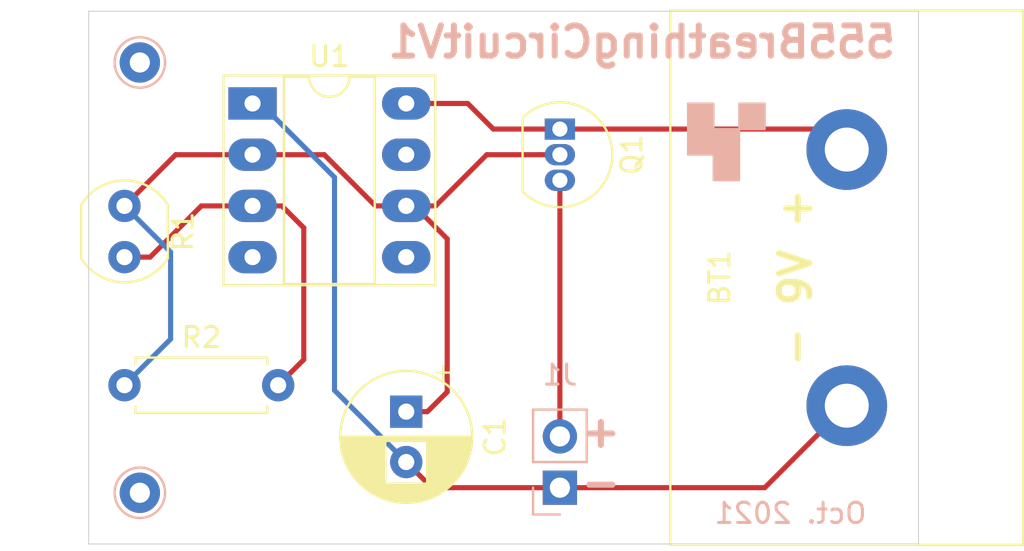
<source format=kicad_pcb>
(kicad_pcb (version 20171130) (host pcbnew "(5.1.5)-3")

  (general
    (thickness 1.6)
    (drawings 11)
    (tracks 38)
    (zones 0)
    (modules 9)
    (nets 11)
  )

  (page A4)
  (layers
    (0 F.Cu signal)
    (31 B.Cu signal)
    (32 B.Adhes user)
    (33 F.Adhes user)
    (34 B.Paste user)
    (35 F.Paste user)
    (36 B.SilkS user)
    (37 F.SilkS user)
    (38 B.Mask user)
    (39 F.Mask user)
    (40 Dwgs.User user)
    (41 Cmts.User user)
    (42 Eco1.User user)
    (43 Eco2.User user)
    (44 Edge.Cuts user)
    (45 Margin user)
    (46 B.CrtYd user)
    (47 F.CrtYd user)
    (48 B.Fab user)
    (49 F.Fab user hide)
  )

  (setup
    (last_trace_width 0.254)
    (trace_clearance 0.2032)
    (zone_clearance 0.508)
    (zone_45_only no)
    (trace_min 0.2)
    (via_size 0.7874)
    (via_drill 0.381)
    (via_min_size 0.4)
    (via_min_drill 0.3)
    (uvia_size 0.7874)
    (uvia_drill 0.381)
    (uvias_allowed no)
    (uvia_min_size 0.2)
    (uvia_min_drill 0.1)
    (edge_width 0.05)
    (segment_width 0.2)
    (pcb_text_width 0.3)
    (pcb_text_size 1.5 1.5)
    (mod_edge_width 0.12)
    (mod_text_size 1 1)
    (mod_text_width 0.15)
    (pad_size 1.524 1.524)
    (pad_drill 0.762)
    (pad_to_mask_clearance 0.051)
    (solder_mask_min_width 0.25)
    (aux_axis_origin 0 0)
    (visible_elements 7FFFFFFF)
    (pcbplotparams
      (layerselection 0x010fc_ffffffff)
      (usegerberextensions false)
      (usegerberattributes false)
      (usegerberadvancedattributes false)
      (creategerberjobfile false)
      (excludeedgelayer true)
      (linewidth 0.100000)
      (plotframeref false)
      (viasonmask false)
      (mode 1)
      (useauxorigin false)
      (hpglpennumber 1)
      (hpglpenspeed 20)
      (hpglpendiameter 15.000000)
      (psnegative false)
      (psa4output false)
      (plotreference true)
      (plotvalue true)
      (plotinvisibletext false)
      (padsonsilk false)
      (subtractmaskfromsilk false)
      (outputformat 1)
      (mirror false)
      (drillshape 0)
      (scaleselection 1)
      (outputdirectory "gerberV1/"))
  )

  (net 0 "")
  (net 1 +9V)
  (net 2 GND)
  (net 3 "Net-(C1-Pad1)")
  (net 4 "Net-(H1-Pad1)")
  (net 5 "Net-(H2-Pad1)")
  (net 6 "Net-(J1-Pad2)")
  (net 7 "Net-(R1-Pad2)")
  (net 8 "Net-(U1-Pad5)")
  (net 9 "Net-(U1-Pad7)")
  (net 10 "Net-(U1-Pad4)")

  (net_class Default "This is the default net class."
    (clearance 0.2032)
    (trace_width 0.254)
    (via_dia 0.7874)
    (via_drill 0.381)
    (uvia_dia 0.7874)
    (uvia_drill 0.381)
    (diff_pair_width 0.2032)
    (diff_pair_gap 0.254)
    (add_net +9V)
    (add_net GND)
    (add_net "Net-(C1-Pad1)")
    (add_net "Net-(H1-Pad1)")
    (add_net "Net-(H2-Pad1)")
    (add_net "Net-(J1-Pad2)")
    (add_net "Net-(R1-Pad2)")
    (add_net "Net-(U1-Pad4)")
    (add_net "Net-(U1-Pad5)")
    (add_net "Net-(U1-Pad7)")
  )

  (module customParts:9V_Batt_Clip (layer F.Cu) (tedit 616D010A) (tstamp 616D711C)
    (at 108.204 82.296 270)
    (descr "Keystone PN 968")
    (path /61652D1D)
    (fp_text reference BT1 (at 0 6.3 90) (layer F.SilkS)
      (effects (font (size 1 1) (thickness 0.15)))
    )
    (fp_text value Battery_Cell (at 0 -4.5 90) (layer F.Fab)
      (effects (font (size 1 1) (thickness 0.15)))
    )
    (fp_line (start 13.25 8.75) (end -13.25 8.75) (layer F.SilkS) (width 0.12))
    (fp_line (start 13.25 -8.75) (end -13.25 -8.75) (layer F.SilkS) (width 0.12))
    (fp_line (start -13.25 -8.75) (end -13.25 8.75) (layer F.SilkS) (width 0.12))
    (fp_line (start 13.25 -8.75) (end 13.25 8.75) (layer F.SilkS) (width 0.12))
    (pad 1 thru_hole circle (at -6.35 0 270) (size 4 4) (drill 2.18) (layers *.Cu *.Mask)
      (net 1 +9V))
    (pad 2 thru_hole circle (at 6.35 0 270) (size 4 4) (drill 2.18) (layers *.Cu *.Mask)
      (net 2 GND))
  )

  (module Capacitor_THT:CP_Radial_D6.3mm_P2.50mm (layer F.Cu) (tedit 5AE50EF0) (tstamp 616D576E)
    (at 86.36 88.94 270)
    (descr "CP, Radial series, Radial, pin pitch=2.50mm, , diameter=6.3mm, Electrolytic Capacitor")
    (tags "CP Radial series Radial pin pitch 2.50mm  diameter 6.3mm Electrolytic Capacitor")
    (path /6165753D)
    (fp_text reference C1 (at 1.25 -4.4 90) (layer F.SilkS)
      (effects (font (size 1 1) (thickness 0.15)))
    )
    (fp_text value 470u (at 1.25 4.4 90) (layer F.Fab)
      (effects (font (size 1 1) (thickness 0.15)))
    )
    (fp_circle (center 1.25 0) (end 4.4 0) (layer F.Fab) (width 0.1))
    (fp_circle (center 1.25 0) (end 4.52 0) (layer F.SilkS) (width 0.12))
    (fp_circle (center 1.25 0) (end 4.65 0) (layer F.CrtYd) (width 0.05))
    (fp_line (start -1.443972 -1.3735) (end -0.813972 -1.3735) (layer F.Fab) (width 0.1))
    (fp_line (start -1.128972 -1.6885) (end -1.128972 -1.0585) (layer F.Fab) (width 0.1))
    (fp_line (start 1.25 -3.23) (end 1.25 3.23) (layer F.SilkS) (width 0.12))
    (fp_line (start 1.29 -3.23) (end 1.29 3.23) (layer F.SilkS) (width 0.12))
    (fp_line (start 1.33 -3.23) (end 1.33 3.23) (layer F.SilkS) (width 0.12))
    (fp_line (start 1.37 -3.228) (end 1.37 3.228) (layer F.SilkS) (width 0.12))
    (fp_line (start 1.41 -3.227) (end 1.41 3.227) (layer F.SilkS) (width 0.12))
    (fp_line (start 1.45 -3.224) (end 1.45 3.224) (layer F.SilkS) (width 0.12))
    (fp_line (start 1.49 -3.222) (end 1.49 -1.04) (layer F.SilkS) (width 0.12))
    (fp_line (start 1.49 1.04) (end 1.49 3.222) (layer F.SilkS) (width 0.12))
    (fp_line (start 1.53 -3.218) (end 1.53 -1.04) (layer F.SilkS) (width 0.12))
    (fp_line (start 1.53 1.04) (end 1.53 3.218) (layer F.SilkS) (width 0.12))
    (fp_line (start 1.57 -3.215) (end 1.57 -1.04) (layer F.SilkS) (width 0.12))
    (fp_line (start 1.57 1.04) (end 1.57 3.215) (layer F.SilkS) (width 0.12))
    (fp_line (start 1.61 -3.211) (end 1.61 -1.04) (layer F.SilkS) (width 0.12))
    (fp_line (start 1.61 1.04) (end 1.61 3.211) (layer F.SilkS) (width 0.12))
    (fp_line (start 1.65 -3.206) (end 1.65 -1.04) (layer F.SilkS) (width 0.12))
    (fp_line (start 1.65 1.04) (end 1.65 3.206) (layer F.SilkS) (width 0.12))
    (fp_line (start 1.69 -3.201) (end 1.69 -1.04) (layer F.SilkS) (width 0.12))
    (fp_line (start 1.69 1.04) (end 1.69 3.201) (layer F.SilkS) (width 0.12))
    (fp_line (start 1.73 -3.195) (end 1.73 -1.04) (layer F.SilkS) (width 0.12))
    (fp_line (start 1.73 1.04) (end 1.73 3.195) (layer F.SilkS) (width 0.12))
    (fp_line (start 1.77 -3.189) (end 1.77 -1.04) (layer F.SilkS) (width 0.12))
    (fp_line (start 1.77 1.04) (end 1.77 3.189) (layer F.SilkS) (width 0.12))
    (fp_line (start 1.81 -3.182) (end 1.81 -1.04) (layer F.SilkS) (width 0.12))
    (fp_line (start 1.81 1.04) (end 1.81 3.182) (layer F.SilkS) (width 0.12))
    (fp_line (start 1.85 -3.175) (end 1.85 -1.04) (layer F.SilkS) (width 0.12))
    (fp_line (start 1.85 1.04) (end 1.85 3.175) (layer F.SilkS) (width 0.12))
    (fp_line (start 1.89 -3.167) (end 1.89 -1.04) (layer F.SilkS) (width 0.12))
    (fp_line (start 1.89 1.04) (end 1.89 3.167) (layer F.SilkS) (width 0.12))
    (fp_line (start 1.93 -3.159) (end 1.93 -1.04) (layer F.SilkS) (width 0.12))
    (fp_line (start 1.93 1.04) (end 1.93 3.159) (layer F.SilkS) (width 0.12))
    (fp_line (start 1.971 -3.15) (end 1.971 -1.04) (layer F.SilkS) (width 0.12))
    (fp_line (start 1.971 1.04) (end 1.971 3.15) (layer F.SilkS) (width 0.12))
    (fp_line (start 2.011 -3.141) (end 2.011 -1.04) (layer F.SilkS) (width 0.12))
    (fp_line (start 2.011 1.04) (end 2.011 3.141) (layer F.SilkS) (width 0.12))
    (fp_line (start 2.051 -3.131) (end 2.051 -1.04) (layer F.SilkS) (width 0.12))
    (fp_line (start 2.051 1.04) (end 2.051 3.131) (layer F.SilkS) (width 0.12))
    (fp_line (start 2.091 -3.121) (end 2.091 -1.04) (layer F.SilkS) (width 0.12))
    (fp_line (start 2.091 1.04) (end 2.091 3.121) (layer F.SilkS) (width 0.12))
    (fp_line (start 2.131 -3.11) (end 2.131 -1.04) (layer F.SilkS) (width 0.12))
    (fp_line (start 2.131 1.04) (end 2.131 3.11) (layer F.SilkS) (width 0.12))
    (fp_line (start 2.171 -3.098) (end 2.171 -1.04) (layer F.SilkS) (width 0.12))
    (fp_line (start 2.171 1.04) (end 2.171 3.098) (layer F.SilkS) (width 0.12))
    (fp_line (start 2.211 -3.086) (end 2.211 -1.04) (layer F.SilkS) (width 0.12))
    (fp_line (start 2.211 1.04) (end 2.211 3.086) (layer F.SilkS) (width 0.12))
    (fp_line (start 2.251 -3.074) (end 2.251 -1.04) (layer F.SilkS) (width 0.12))
    (fp_line (start 2.251 1.04) (end 2.251 3.074) (layer F.SilkS) (width 0.12))
    (fp_line (start 2.291 -3.061) (end 2.291 -1.04) (layer F.SilkS) (width 0.12))
    (fp_line (start 2.291 1.04) (end 2.291 3.061) (layer F.SilkS) (width 0.12))
    (fp_line (start 2.331 -3.047) (end 2.331 -1.04) (layer F.SilkS) (width 0.12))
    (fp_line (start 2.331 1.04) (end 2.331 3.047) (layer F.SilkS) (width 0.12))
    (fp_line (start 2.371 -3.033) (end 2.371 -1.04) (layer F.SilkS) (width 0.12))
    (fp_line (start 2.371 1.04) (end 2.371 3.033) (layer F.SilkS) (width 0.12))
    (fp_line (start 2.411 -3.018) (end 2.411 -1.04) (layer F.SilkS) (width 0.12))
    (fp_line (start 2.411 1.04) (end 2.411 3.018) (layer F.SilkS) (width 0.12))
    (fp_line (start 2.451 -3.002) (end 2.451 -1.04) (layer F.SilkS) (width 0.12))
    (fp_line (start 2.451 1.04) (end 2.451 3.002) (layer F.SilkS) (width 0.12))
    (fp_line (start 2.491 -2.986) (end 2.491 -1.04) (layer F.SilkS) (width 0.12))
    (fp_line (start 2.491 1.04) (end 2.491 2.986) (layer F.SilkS) (width 0.12))
    (fp_line (start 2.531 -2.97) (end 2.531 -1.04) (layer F.SilkS) (width 0.12))
    (fp_line (start 2.531 1.04) (end 2.531 2.97) (layer F.SilkS) (width 0.12))
    (fp_line (start 2.571 -2.952) (end 2.571 -1.04) (layer F.SilkS) (width 0.12))
    (fp_line (start 2.571 1.04) (end 2.571 2.952) (layer F.SilkS) (width 0.12))
    (fp_line (start 2.611 -2.934) (end 2.611 -1.04) (layer F.SilkS) (width 0.12))
    (fp_line (start 2.611 1.04) (end 2.611 2.934) (layer F.SilkS) (width 0.12))
    (fp_line (start 2.651 -2.916) (end 2.651 -1.04) (layer F.SilkS) (width 0.12))
    (fp_line (start 2.651 1.04) (end 2.651 2.916) (layer F.SilkS) (width 0.12))
    (fp_line (start 2.691 -2.896) (end 2.691 -1.04) (layer F.SilkS) (width 0.12))
    (fp_line (start 2.691 1.04) (end 2.691 2.896) (layer F.SilkS) (width 0.12))
    (fp_line (start 2.731 -2.876) (end 2.731 -1.04) (layer F.SilkS) (width 0.12))
    (fp_line (start 2.731 1.04) (end 2.731 2.876) (layer F.SilkS) (width 0.12))
    (fp_line (start 2.771 -2.856) (end 2.771 -1.04) (layer F.SilkS) (width 0.12))
    (fp_line (start 2.771 1.04) (end 2.771 2.856) (layer F.SilkS) (width 0.12))
    (fp_line (start 2.811 -2.834) (end 2.811 -1.04) (layer F.SilkS) (width 0.12))
    (fp_line (start 2.811 1.04) (end 2.811 2.834) (layer F.SilkS) (width 0.12))
    (fp_line (start 2.851 -2.812) (end 2.851 -1.04) (layer F.SilkS) (width 0.12))
    (fp_line (start 2.851 1.04) (end 2.851 2.812) (layer F.SilkS) (width 0.12))
    (fp_line (start 2.891 -2.79) (end 2.891 -1.04) (layer F.SilkS) (width 0.12))
    (fp_line (start 2.891 1.04) (end 2.891 2.79) (layer F.SilkS) (width 0.12))
    (fp_line (start 2.931 -2.766) (end 2.931 -1.04) (layer F.SilkS) (width 0.12))
    (fp_line (start 2.931 1.04) (end 2.931 2.766) (layer F.SilkS) (width 0.12))
    (fp_line (start 2.971 -2.742) (end 2.971 -1.04) (layer F.SilkS) (width 0.12))
    (fp_line (start 2.971 1.04) (end 2.971 2.742) (layer F.SilkS) (width 0.12))
    (fp_line (start 3.011 -2.716) (end 3.011 -1.04) (layer F.SilkS) (width 0.12))
    (fp_line (start 3.011 1.04) (end 3.011 2.716) (layer F.SilkS) (width 0.12))
    (fp_line (start 3.051 -2.69) (end 3.051 -1.04) (layer F.SilkS) (width 0.12))
    (fp_line (start 3.051 1.04) (end 3.051 2.69) (layer F.SilkS) (width 0.12))
    (fp_line (start 3.091 -2.664) (end 3.091 -1.04) (layer F.SilkS) (width 0.12))
    (fp_line (start 3.091 1.04) (end 3.091 2.664) (layer F.SilkS) (width 0.12))
    (fp_line (start 3.131 -2.636) (end 3.131 -1.04) (layer F.SilkS) (width 0.12))
    (fp_line (start 3.131 1.04) (end 3.131 2.636) (layer F.SilkS) (width 0.12))
    (fp_line (start 3.171 -2.607) (end 3.171 -1.04) (layer F.SilkS) (width 0.12))
    (fp_line (start 3.171 1.04) (end 3.171 2.607) (layer F.SilkS) (width 0.12))
    (fp_line (start 3.211 -2.578) (end 3.211 -1.04) (layer F.SilkS) (width 0.12))
    (fp_line (start 3.211 1.04) (end 3.211 2.578) (layer F.SilkS) (width 0.12))
    (fp_line (start 3.251 -2.548) (end 3.251 -1.04) (layer F.SilkS) (width 0.12))
    (fp_line (start 3.251 1.04) (end 3.251 2.548) (layer F.SilkS) (width 0.12))
    (fp_line (start 3.291 -2.516) (end 3.291 -1.04) (layer F.SilkS) (width 0.12))
    (fp_line (start 3.291 1.04) (end 3.291 2.516) (layer F.SilkS) (width 0.12))
    (fp_line (start 3.331 -2.484) (end 3.331 -1.04) (layer F.SilkS) (width 0.12))
    (fp_line (start 3.331 1.04) (end 3.331 2.484) (layer F.SilkS) (width 0.12))
    (fp_line (start 3.371 -2.45) (end 3.371 -1.04) (layer F.SilkS) (width 0.12))
    (fp_line (start 3.371 1.04) (end 3.371 2.45) (layer F.SilkS) (width 0.12))
    (fp_line (start 3.411 -2.416) (end 3.411 -1.04) (layer F.SilkS) (width 0.12))
    (fp_line (start 3.411 1.04) (end 3.411 2.416) (layer F.SilkS) (width 0.12))
    (fp_line (start 3.451 -2.38) (end 3.451 -1.04) (layer F.SilkS) (width 0.12))
    (fp_line (start 3.451 1.04) (end 3.451 2.38) (layer F.SilkS) (width 0.12))
    (fp_line (start 3.491 -2.343) (end 3.491 -1.04) (layer F.SilkS) (width 0.12))
    (fp_line (start 3.491 1.04) (end 3.491 2.343) (layer F.SilkS) (width 0.12))
    (fp_line (start 3.531 -2.305) (end 3.531 -1.04) (layer F.SilkS) (width 0.12))
    (fp_line (start 3.531 1.04) (end 3.531 2.305) (layer F.SilkS) (width 0.12))
    (fp_line (start 3.571 -2.265) (end 3.571 2.265) (layer F.SilkS) (width 0.12))
    (fp_line (start 3.611 -2.224) (end 3.611 2.224) (layer F.SilkS) (width 0.12))
    (fp_line (start 3.651 -2.182) (end 3.651 2.182) (layer F.SilkS) (width 0.12))
    (fp_line (start 3.691 -2.137) (end 3.691 2.137) (layer F.SilkS) (width 0.12))
    (fp_line (start 3.731 -2.092) (end 3.731 2.092) (layer F.SilkS) (width 0.12))
    (fp_line (start 3.771 -2.044) (end 3.771 2.044) (layer F.SilkS) (width 0.12))
    (fp_line (start 3.811 -1.995) (end 3.811 1.995) (layer F.SilkS) (width 0.12))
    (fp_line (start 3.851 -1.944) (end 3.851 1.944) (layer F.SilkS) (width 0.12))
    (fp_line (start 3.891 -1.89) (end 3.891 1.89) (layer F.SilkS) (width 0.12))
    (fp_line (start 3.931 -1.834) (end 3.931 1.834) (layer F.SilkS) (width 0.12))
    (fp_line (start 3.971 -1.776) (end 3.971 1.776) (layer F.SilkS) (width 0.12))
    (fp_line (start 4.011 -1.714) (end 4.011 1.714) (layer F.SilkS) (width 0.12))
    (fp_line (start 4.051 -1.65) (end 4.051 1.65) (layer F.SilkS) (width 0.12))
    (fp_line (start 4.091 -1.581) (end 4.091 1.581) (layer F.SilkS) (width 0.12))
    (fp_line (start 4.131 -1.509) (end 4.131 1.509) (layer F.SilkS) (width 0.12))
    (fp_line (start 4.171 -1.432) (end 4.171 1.432) (layer F.SilkS) (width 0.12))
    (fp_line (start 4.211 -1.35) (end 4.211 1.35) (layer F.SilkS) (width 0.12))
    (fp_line (start 4.251 -1.262) (end 4.251 1.262) (layer F.SilkS) (width 0.12))
    (fp_line (start 4.291 -1.165) (end 4.291 1.165) (layer F.SilkS) (width 0.12))
    (fp_line (start 4.331 -1.059) (end 4.331 1.059) (layer F.SilkS) (width 0.12))
    (fp_line (start 4.371 -0.94) (end 4.371 0.94) (layer F.SilkS) (width 0.12))
    (fp_line (start 4.411 -0.802) (end 4.411 0.802) (layer F.SilkS) (width 0.12))
    (fp_line (start 4.451 -0.633) (end 4.451 0.633) (layer F.SilkS) (width 0.12))
    (fp_line (start 4.491 -0.402) (end 4.491 0.402) (layer F.SilkS) (width 0.12))
    (fp_line (start -2.250241 -1.839) (end -1.620241 -1.839) (layer F.SilkS) (width 0.12))
    (fp_line (start -1.935241 -2.154) (end -1.935241 -1.524) (layer F.SilkS) (width 0.12))
    (fp_text user %R (at 1.25 0 90) (layer F.Fab)
      (effects (font (size 1 1) (thickness 0.15)))
    )
    (pad 1 thru_hole rect (at 0 0 270) (size 1.6 1.6) (drill 0.8) (layers *.Cu *.Mask)
      (net 3 "Net-(C1-Pad1)"))
    (pad 2 thru_hole circle (at 2.5 0 270) (size 1.6 1.6) (drill 0.8) (layers *.Cu *.Mask)
      (net 2 GND))
    (model ${KISYS3DMOD}/Capacitor_THT.3dshapes/CP_Radial_D6.3mm_P2.50mm.wrl
      (at (xyz 0 0 0))
      (scale (xyz 1 1 1))
      (rotate (xyz 0 0 0))
    )
  )

  (module Connector_Pin:Pin_D1.0mm_L10.0mm locked (layer B.Cu) (tedit 5A1DC084) (tstamp 616D6EEE)
    (at 73.152 71.628)
    (descr "solder Pin_ diameter 1.0mm, hole diameter 1.0mm (press fit), length 10.0mm")
    (tags "solder Pin_ press fit")
    (path /616D93A7)
    (fp_text reference H1 (at 0 -2.25) (layer B.SilkS) hide
      (effects (font (size 1 1) (thickness 0.15)) (justify mirror))
    )
    (fp_text value MountingHole_Pad (at 0 2.05) (layer B.Fab)
      (effects (font (size 1 1) (thickness 0.15)) (justify mirror))
    )
    (fp_text user %R (at 0 -2.25) (layer B.Fab)
      (effects (font (size 1 1) (thickness 0.15)) (justify mirror))
    )
    (fp_circle (center 0 0) (end 1.5 0) (layer B.CrtYd) (width 0.05))
    (fp_circle (center 0 0) (end 0.5 0) (layer B.Fab) (width 0.12))
    (fp_circle (center 0 0) (end 1 0) (layer B.Fab) (width 0.12))
    (fp_circle (center 0 0) (end 1.25 -0.05) (layer B.SilkS) (width 0.12))
    (pad 1 thru_hole circle (at 0 0) (size 2 2) (drill 1) (layers *.Cu *.Mask)
      (net 4 "Net-(H1-Pad1)"))
    (model ${KISYS3DMOD}/Connector_Pin.3dshapes/Pin_D1.0mm_L10.0mm.wrl
      (at (xyz 0 0 0))
      (scale (xyz 1 1 1))
      (rotate (xyz 0 0 0))
    )
  )

  (module Connector_Pin:Pin_D1.0mm_L10.0mm (layer B.Cu) (tedit 5A1DC084) (tstamp 616D5782)
    (at 73.152 92.964)
    (descr "solder Pin_ diameter 1.0mm, hole diameter 1.0mm (press fit), length 10.0mm")
    (tags "solder Pin_ press fit")
    (path /616DAB65)
    (fp_text reference H2 (at 0 -2.25) (layer B.SilkS) hide
      (effects (font (size 1 1) (thickness 0.15)) (justify mirror))
    )
    (fp_text value MountingHole_Pad (at 0 2.05) (layer B.Fab)
      (effects (font (size 1 1) (thickness 0.15)) (justify mirror))
    )
    (fp_circle (center 0 0) (end 1.25 -0.05) (layer B.SilkS) (width 0.12))
    (fp_circle (center 0 0) (end 1 0) (layer B.Fab) (width 0.12))
    (fp_circle (center 0 0) (end 0.5 0) (layer B.Fab) (width 0.12))
    (fp_circle (center 0 0) (end 1.5 0) (layer B.CrtYd) (width 0.05))
    (fp_text user %R (at 0 -2.25) (layer B.Fab)
      (effects (font (size 1 1) (thickness 0.15)) (justify mirror))
    )
    (pad 1 thru_hole circle (at 0 0) (size 2 2) (drill 1) (layers *.Cu *.Mask)
      (net 5 "Net-(H2-Pad1)"))
    (model ${KISYS3DMOD}/Connector_Pin.3dshapes/Pin_D1.0mm_L10.0mm.wrl
      (at (xyz 0 0 0))
      (scale (xyz 1 1 1))
      (rotate (xyz 0 0 0))
    )
  )

  (module Connector_PinHeader_2.54mm:PinHeader_1x02_P2.54mm_Vertical (layer B.Cu) (tedit 59FED5CC) (tstamp 61ADE6A9)
    (at 93.98 92.71)
    (descr "Through hole straight pin header, 1x02, 2.54mm pitch, single row")
    (tags "Through hole pin header THT 1x02 2.54mm single row")
    (path /616CFE2F)
    (fp_text reference J1 (at 0 -5.588) (layer B.SilkS)
      (effects (font (size 1 1) (thickness 0.15)) (justify mirror))
    )
    (fp_text value Conn_01x02_Female (at 0 -4.87) (layer B.Fab)
      (effects (font (size 1 1) (thickness 0.15)) (justify mirror))
    )
    (fp_line (start -0.635 1.27) (end 1.27 1.27) (layer B.Fab) (width 0.1))
    (fp_line (start 1.27 1.27) (end 1.27 -3.81) (layer B.Fab) (width 0.1))
    (fp_line (start 1.27 -3.81) (end -1.27 -3.81) (layer B.Fab) (width 0.1))
    (fp_line (start -1.27 -3.81) (end -1.27 0.635) (layer B.Fab) (width 0.1))
    (fp_line (start -1.27 0.635) (end -0.635 1.27) (layer B.Fab) (width 0.1))
    (fp_line (start -1.33 -3.87) (end 1.33 -3.87) (layer B.SilkS) (width 0.12))
    (fp_line (start -1.33 -1.27) (end -1.33 -3.87) (layer B.SilkS) (width 0.12))
    (fp_line (start 1.33 -1.27) (end 1.33 -3.87) (layer B.SilkS) (width 0.12))
    (fp_line (start -1.33 -1.27) (end 1.33 -1.27) (layer B.SilkS) (width 0.12))
    (fp_line (start -1.33 0) (end -1.33 1.33) (layer B.SilkS) (width 0.12))
    (fp_line (start -1.33 1.33) (end 0 1.33) (layer B.SilkS) (width 0.12))
    (fp_line (start -1.8 1.8) (end -1.8 -4.35) (layer B.CrtYd) (width 0.05))
    (fp_line (start -1.8 -4.35) (end 1.8 -4.35) (layer B.CrtYd) (width 0.05))
    (fp_line (start 1.8 -4.35) (end 1.8 1.8) (layer B.CrtYd) (width 0.05))
    (fp_line (start 1.8 1.8) (end -1.8 1.8) (layer B.CrtYd) (width 0.05))
    (fp_text user %R (at 0 -1.27 270) (layer B.Fab)
      (effects (font (size 1 1) (thickness 0.15)) (justify mirror))
    )
    (pad 1 thru_hole rect (at 0 0) (size 1.7 1.7) (drill 1) (layers *.Cu *.Mask)
      (net 2 GND))
    (pad 2 thru_hole oval (at 0 -2.54) (size 1.7 1.7) (drill 1) (layers *.Cu *.Mask)
      (net 6 "Net-(J1-Pad2)"))
    (model ${KISYS3DMOD}/Connector_PinHeader_2.54mm.3dshapes/PinHeader_1x02_P2.54mm_Vertical.wrl
      (at (xyz 0 0 0))
      (scale (xyz 1 1 1))
      (rotate (xyz 0 0 0))
    )
  )

  (module Package_TO_SOT_THT:TO-92_Inline (layer F.Cu) (tedit 5A1DD157) (tstamp 616D57AA)
    (at 93.98 74.93 270)
    (descr "TO-92 leads in-line, narrow, oval pads, drill 0.75mm (see NXP sot054_po.pdf)")
    (tags "to-92 sc-43 sc-43a sot54 PA33 transistor")
    (path /6165C070)
    (fp_text reference Q1 (at 1.27 -3.56 90) (layer F.SilkS)
      (effects (font (size 1 1) (thickness 0.15)))
    )
    (fp_text value BC547 (at 1.27 2.79 90) (layer F.Fab)
      (effects (font (size 1 1) (thickness 0.15)))
    )
    (fp_text user %R (at 1.27 -3.56 90) (layer F.Fab)
      (effects (font (size 1 1) (thickness 0.15)))
    )
    (fp_line (start -0.53 1.85) (end 3.07 1.85) (layer F.SilkS) (width 0.12))
    (fp_line (start -0.5 1.75) (end 3 1.75) (layer F.Fab) (width 0.1))
    (fp_line (start -1.46 -2.73) (end 4 -2.73) (layer F.CrtYd) (width 0.05))
    (fp_line (start -1.46 -2.73) (end -1.46 2.01) (layer F.CrtYd) (width 0.05))
    (fp_line (start 4 2.01) (end 4 -2.73) (layer F.CrtYd) (width 0.05))
    (fp_line (start 4 2.01) (end -1.46 2.01) (layer F.CrtYd) (width 0.05))
    (fp_arc (start 1.27 0) (end 1.27 -2.48) (angle 135) (layer F.Fab) (width 0.1))
    (fp_arc (start 1.27 0) (end 1.27 -2.6) (angle -135) (layer F.SilkS) (width 0.12))
    (fp_arc (start 1.27 0) (end 1.27 -2.48) (angle -135) (layer F.Fab) (width 0.1))
    (fp_arc (start 1.27 0) (end 1.27 -2.6) (angle 135) (layer F.SilkS) (width 0.12))
    (pad 2 thru_hole oval (at 1.27 0 270) (size 1.05 1.5) (drill 0.75) (layers *.Cu *.Mask)
      (net 3 "Net-(C1-Pad1)"))
    (pad 3 thru_hole oval (at 2.54 0 270) (size 1.05 1.5) (drill 0.75) (layers *.Cu *.Mask)
      (net 6 "Net-(J1-Pad2)"))
    (pad 1 thru_hole rect (at 0 0 270) (size 1.05 1.5) (drill 0.75) (layers *.Cu *.Mask)
      (net 1 +9V))
    (model ${KISYS3DMOD}/Package_TO_SOT_THT.3dshapes/TO-92_Inline.wrl
      (at (xyz 0 0 0))
      (scale (xyz 1 1 1))
      (rotate (xyz 0 0 0))
    )
  )

  (module OptoDevice:R_LDR_4.9x4.2mm_P2.54mm_Vertical (layer F.Cu) (tedit 5B8603A6) (tstamp 616D69C7)
    (at 72.39 78.74 270)
    (descr "Resistor, LDR 4.9x4.2mm")
    (tags "Resistor LDR4.9x4.2")
    (path /616CE1FC)
    (fp_text reference R1 (at 1.27 -2.9 90) (layer F.SilkS)
      (effects (font (size 1 1) (thickness 0.15)))
    )
    (fp_text value A1050 (at 1.17 3.1 90) (layer F.Fab)
      (effects (font (size 1 1) (thickness 0.15)))
    )
    (fp_text user %R (at 1.27 -2.9 90) (layer F.Fab)
      (effects (font (size 1 1) (thickness 0.15)))
    )
    (fp_line (start -0.05 2.15) (end 2.6 2.15) (layer F.SilkS) (width 0.12))
    (fp_line (start -0.05 -2.15) (end 2.6 -2.15) (layer F.SilkS) (width 0.12))
    (fp_line (start 0.87 -1.2) (end 2.17 -1.2) (layer F.Fab) (width 0.1))
    (fp_line (start 1.67 -0.6) (end 0.87 -0.6) (layer F.Fab) (width 0.1))
    (fp_line (start 0.87 0) (end 1.67 0) (layer F.Fab) (width 0.1))
    (fp_line (start 1.67 0.6) (end 0.87 0.6) (layer F.Fab) (width 0.1))
    (fp_line (start 0.37 1.2) (end 1.67 1.2) (layer F.Fab) (width 0.1))
    (fp_line (start 0.37 -1.8) (end 2.17 -1.8) (layer F.Fab) (width 0.1))
    (fp_line (start 2.17 -1.8) (end 2.17 -1.2) (layer F.Fab) (width 0.1))
    (fp_line (start 0.87 -1.2) (end 0.87 -0.6) (layer F.Fab) (width 0.1))
    (fp_line (start 1.67 -0.6) (end 1.67 0) (layer F.Fab) (width 0.1))
    (fp_line (start 0.87 0) (end 0.87 0.6) (layer F.Fab) (width 0.1))
    (fp_line (start 1.67 0.6) (end 1.67 1.2) (layer F.Fab) (width 0.1))
    (fp_line (start 0.37 1.2) (end 0.37 1.8) (layer F.Fab) (width 0.1))
    (fp_line (start 0.37 1.8) (end 2.17 1.8) (layer F.Fab) (width 0.1))
    (fp_line (start 2.57 2.1) (end -0.03 2.1) (layer F.Fab) (width 0.1))
    (fp_line (start -0.03 -2.1) (end 2.57 -2.1) (layer F.Fab) (width 0.1))
    (fp_line (start -1.45 -2.35) (end 3.99 -2.35) (layer F.CrtYd) (width 0.05))
    (fp_line (start -1.45 -2.35) (end -1.45 2.35) (layer F.CrtYd) (width 0.05))
    (fp_line (start 3.99 2.35) (end 3.99 -2.35) (layer F.CrtYd) (width 0.05))
    (fp_line (start 3.99 2.35) (end -1.45 2.35) (layer F.CrtYd) (width 0.05))
    (fp_arc (start 1.25 0) (end -0.05 2.15) (angle 117) (layer F.SilkS) (width 0.12))
    (fp_arc (start 1.25 0) (end 2.6 -2.15) (angle 115) (layer F.SilkS) (width 0.12))
    (fp_arc (start 1.27 0) (end 2.57 -2.1) (angle 115) (layer F.Fab) (width 0.1))
    (fp_arc (start 1.27 0) (end -0.03 2.1) (angle 115) (layer F.Fab) (width 0.1))
    (pad 1 thru_hole circle (at 0 0 270) (size 1.6 1.6) (drill 0.8) (layers *.Cu *.Mask)
      (net 3 "Net-(C1-Pad1)"))
    (pad 2 thru_hole circle (at 2.54 0 270) (size 1.6 1.6) (drill 0.8) (layers *.Cu *.Mask)
      (net 7 "Net-(R1-Pad2)"))
    (model ${KISYS3DMOD}/OptoDevice.3dshapes/R_LDR_4.9x4.2mm_P2.54mm_Vertical.wrl
      (at (xyz 0 0 0))
      (scale (xyz 1 1 1))
      (rotate (xyz 0 0 0))
    )
  )

  (module Resistor_THT:R_Axial_DIN0207_L6.3mm_D2.5mm_P7.62mm_Horizontal (layer F.Cu) (tedit 5AE5139B) (tstamp 616D6D8A)
    (at 72.39 87.63)
    (descr "Resistor, Axial_DIN0207 series, Axial, Horizontal, pin pitch=7.62mm, 0.25W = 1/4W, length*diameter=6.3*2.5mm^2, http://cdn-reichelt.de/documents/datenblatt/B400/1_4W%23YAG.pdf")
    (tags "Resistor Axial_DIN0207 series Axial Horizontal pin pitch 7.62mm 0.25W = 1/4W length 6.3mm diameter 2.5mm")
    (path /61659F25)
    (fp_text reference R2 (at 3.81 -2.37) (layer F.SilkS)
      (effects (font (size 1 1) (thickness 0.15)))
    )
    (fp_text value 16k (at 3.81 2.37) (layer F.Fab)
      (effects (font (size 1 1) (thickness 0.15)))
    )
    (fp_line (start 0.66 -1.25) (end 0.66 1.25) (layer F.Fab) (width 0.1))
    (fp_line (start 0.66 1.25) (end 6.96 1.25) (layer F.Fab) (width 0.1))
    (fp_line (start 6.96 1.25) (end 6.96 -1.25) (layer F.Fab) (width 0.1))
    (fp_line (start 6.96 -1.25) (end 0.66 -1.25) (layer F.Fab) (width 0.1))
    (fp_line (start 0 0) (end 0.66 0) (layer F.Fab) (width 0.1))
    (fp_line (start 7.62 0) (end 6.96 0) (layer F.Fab) (width 0.1))
    (fp_line (start 0.54 -1.04) (end 0.54 -1.37) (layer F.SilkS) (width 0.12))
    (fp_line (start 0.54 -1.37) (end 7.08 -1.37) (layer F.SilkS) (width 0.12))
    (fp_line (start 7.08 -1.37) (end 7.08 -1.04) (layer F.SilkS) (width 0.12))
    (fp_line (start 0.54 1.04) (end 0.54 1.37) (layer F.SilkS) (width 0.12))
    (fp_line (start 0.54 1.37) (end 7.08 1.37) (layer F.SilkS) (width 0.12))
    (fp_line (start 7.08 1.37) (end 7.08 1.04) (layer F.SilkS) (width 0.12))
    (fp_line (start -1.05 -1.5) (end -1.05 1.5) (layer F.CrtYd) (width 0.05))
    (fp_line (start -1.05 1.5) (end 8.67 1.5) (layer F.CrtYd) (width 0.05))
    (fp_line (start 8.67 1.5) (end 8.67 -1.5) (layer F.CrtYd) (width 0.05))
    (fp_line (start 8.67 -1.5) (end -1.05 -1.5) (layer F.CrtYd) (width 0.05))
    (fp_text user %R (at 3.81 0) (layer F.Fab)
      (effects (font (size 1 1) (thickness 0.15)))
    )
    (pad 1 thru_hole circle (at 0 0) (size 1.6 1.6) (drill 0.8) (layers *.Cu *.Mask)
      (net 3 "Net-(C1-Pad1)"))
    (pad 2 thru_hole oval (at 7.62 0) (size 1.6 1.6) (drill 0.8) (layers *.Cu *.Mask)
      (net 7 "Net-(R1-Pad2)"))
    (model ${KISYS3DMOD}/Resistor_THT.3dshapes/R_Axial_DIN0207_L6.3mm_D2.5mm_P7.62mm_Horizontal.wrl
      (at (xyz 0 0 0))
      (scale (xyz 1 1 1))
      (rotate (xyz 0 0 0))
    )
  )

  (module Package_DIP:DIP-8_W7.62mm_Socket_LongPads (layer F.Cu) (tedit 5A02E8C5) (tstamp 616D5DBB)
    (at 78.74 73.66)
    (descr "8-lead though-hole mounted DIP package, row spacing 7.62 mm (300 mils), Socket, LongPads")
    (tags "THT DIP DIL PDIP 2.54mm 7.62mm 300mil Socket LongPads")
    (path /61651C15)
    (fp_text reference U1 (at 3.81 -2.33) (layer F.SilkS)
      (effects (font (size 1 1) (thickness 0.15)))
    )
    (fp_text value NE555 (at 3.81 9.95) (layer F.Fab)
      (effects (font (size 1 1) (thickness 0.15)))
    )
    (fp_arc (start 3.81 -1.33) (end 2.81 -1.33) (angle -180) (layer F.SilkS) (width 0.12))
    (fp_line (start 1.635 -1.27) (end 6.985 -1.27) (layer F.Fab) (width 0.1))
    (fp_line (start 6.985 -1.27) (end 6.985 8.89) (layer F.Fab) (width 0.1))
    (fp_line (start 6.985 8.89) (end 0.635 8.89) (layer F.Fab) (width 0.1))
    (fp_line (start 0.635 8.89) (end 0.635 -0.27) (layer F.Fab) (width 0.1))
    (fp_line (start 0.635 -0.27) (end 1.635 -1.27) (layer F.Fab) (width 0.1))
    (fp_line (start -1.27 -1.33) (end -1.27 8.95) (layer F.Fab) (width 0.1))
    (fp_line (start -1.27 8.95) (end 8.89 8.95) (layer F.Fab) (width 0.1))
    (fp_line (start 8.89 8.95) (end 8.89 -1.33) (layer F.Fab) (width 0.1))
    (fp_line (start 8.89 -1.33) (end -1.27 -1.33) (layer F.Fab) (width 0.1))
    (fp_line (start 2.81 -1.33) (end 1.56 -1.33) (layer F.SilkS) (width 0.12))
    (fp_line (start 1.56 -1.33) (end 1.56 8.95) (layer F.SilkS) (width 0.12))
    (fp_line (start 1.56 8.95) (end 6.06 8.95) (layer F.SilkS) (width 0.12))
    (fp_line (start 6.06 8.95) (end 6.06 -1.33) (layer F.SilkS) (width 0.12))
    (fp_line (start 6.06 -1.33) (end 4.81 -1.33) (layer F.SilkS) (width 0.12))
    (fp_line (start -1.44 -1.39) (end -1.44 9.01) (layer F.SilkS) (width 0.12))
    (fp_line (start -1.44 9.01) (end 9.06 9.01) (layer F.SilkS) (width 0.12))
    (fp_line (start 9.06 9.01) (end 9.06 -1.39) (layer F.SilkS) (width 0.12))
    (fp_line (start 9.06 -1.39) (end -1.44 -1.39) (layer F.SilkS) (width 0.12))
    (fp_line (start -1.55 -1.6) (end -1.55 9.2) (layer F.CrtYd) (width 0.05))
    (fp_line (start -1.55 9.2) (end 9.15 9.2) (layer F.CrtYd) (width 0.05))
    (fp_line (start 9.15 9.2) (end 9.15 -1.6) (layer F.CrtYd) (width 0.05))
    (fp_line (start 9.15 -1.6) (end -1.55 -1.6) (layer F.CrtYd) (width 0.05))
    (fp_text user %R (at 3.81 3.81) (layer F.Fab)
      (effects (font (size 1 1) (thickness 0.15)))
    )
    (pad 1 thru_hole rect (at 0 0) (size 2.4 1.6) (drill 0.8) (layers *.Cu *.Mask)
      (net 2 GND))
    (pad 5 thru_hole oval (at 7.62 7.62) (size 2.4 1.6) (drill 0.8) (layers *.Cu *.Mask)
      (net 8 "Net-(U1-Pad5)"))
    (pad 2 thru_hole oval (at 0 2.54) (size 2.4 1.6) (drill 0.8) (layers *.Cu *.Mask)
      (net 3 "Net-(C1-Pad1)"))
    (pad 6 thru_hole oval (at 7.62 5.08) (size 2.4 1.6) (drill 0.8) (layers *.Cu *.Mask)
      (net 3 "Net-(C1-Pad1)"))
    (pad 3 thru_hole oval (at 0 5.08) (size 2.4 1.6) (drill 0.8) (layers *.Cu *.Mask)
      (net 7 "Net-(R1-Pad2)"))
    (pad 7 thru_hole oval (at 7.62 2.54) (size 2.4 1.6) (drill 0.8) (layers *.Cu *.Mask)
      (net 9 "Net-(U1-Pad7)"))
    (pad 4 thru_hole oval (at 0 7.62) (size 2.4 1.6) (drill 0.8) (layers *.Cu *.Mask)
      (net 10 "Net-(U1-Pad4)"))
    (pad 8 thru_hole oval (at 7.62 0) (size 2.4 1.6) (drill 0.8) (layers *.Cu *.Mask)
      (net 1 +9V))
    (model ${KISYS3DMOD}/Package_DIP.3dshapes/DIP-8_W7.62mm_Socket.wrl
      (at (xyz 0 0 0))
      (scale (xyz 1 1 1))
      (rotate (xyz 0 0 0))
    )
  )

  (gr_text "- 9V +" (at 105.664 82.296 90) (layer F.SilkS)
    (effects (font (size 1.5 1.5) (thickness 0.3)))
  )
  (gr_text "Oct. 2021" (at 105.41 93.98) (layer B.SilkS)
    (effects (font (size 1 1) (thickness 0.15)) (justify mirror))
  )
  (gr_poly (pts (xy 101.6 74.93) (xy 102.87 74.93) (xy 102.87 77.47) (xy 101.6 77.47) (xy 101.6 76.2) (xy 100.33 76.2) (xy 100.33 73.66) (xy 101.6 73.66)) (layer B.SilkS) (width 0.1) (tstamp 616D7132))
  (gr_poly (pts (xy 104.14 74.93) (xy 102.87 74.93) (xy 102.87 73.66) (xy 104.14 73.66)) (layer B.SilkS) (width 0.1) (tstamp 616D712F))
  (gr_text 555BreathingCircuitV1 (at 98.044 70.612) (layer B.SilkS)
    (effects (font (size 1.5 1.5) (thickness 0.3)) (justify mirror))
  )
  (gr_text + (at 96.012 89.916) (layer B.SilkS)
    (effects (font (size 1.5 1.5) (thickness 0.3)) (justify mirror))
  )
  (gr_text - (at 96.012 92.456) (layer B.SilkS)
    (effects (font (size 1.5 1.5) (thickness 0.3)) (justify mirror))
  )
  (gr_line (start 70.612 95.504) (end 111.76 95.504) (layer Edge.Cuts) (width 0.05) (tstamp 616D6A05))
  (gr_line (start 70.612 69.088) (end 70.612 95.504) (layer Edge.Cuts) (width 0.05))
  (gr_line (start 111.76 69.088) (end 70.612 69.088) (layer Edge.Cuts) (width 0.05))
  (gr_line (start 111.76 95.504) (end 111.76 69.088) (layer Edge.Cuts) (width 0.05))

  (segment (start 93.98 74.93) (end 90.678 74.93) (width 0.254) (layer F.Cu) (net 1))
  (segment (start 89.408 73.66) (end 86.36 73.66) (width 0.254) (layer F.Cu) (net 1))
  (segment (start 90.678 74.93) (end 89.408 73.66) (width 0.254) (layer F.Cu) (net 1))
  (segment (start 107.188 74.93) (end 108.204 75.946) (width 0.254) (layer F.Cu) (net 1))
  (segment (start 93.98 74.93) (end 107.188 74.93) (width 0.254) (layer F.Cu) (net 1))
  (segment (start 79.14 73.66) (end 82.804 77.324) (width 0.254) (layer B.Cu) (net 2))
  (segment (start 78.74 73.66) (end 79.14 73.66) (width 0.254) (layer B.Cu) (net 2))
  (segment (start 82.804 87.884) (end 86.36 91.44) (width 0.254) (layer B.Cu) (net 2))
  (segment (start 82.804 77.324) (end 82.804 87.884) (width 0.254) (layer B.Cu) (net 2))
  (segment (start 87.63 92.71) (end 86.36 91.44) (width 0.254) (layer F.Cu) (net 2))
  (segment (start 93.98 92.71) (end 87.63 92.71) (width 0.254) (layer F.Cu) (net 2))
  (segment (start 104.14 92.71) (end 108.204 88.646) (width 0.254) (layer F.Cu) (net 2))
  (segment (start 93.98 92.71) (end 104.14 92.71) (width 0.254) (layer F.Cu) (net 2))
  (segment (start 92.976 76.2) (end 93.98 76.2) (width 0.254) (layer F.Cu) (net 3))
  (segment (start 90.354 76.2) (end 92.976 76.2) (width 0.254) (layer F.Cu) (net 3))
  (segment (start 87.814 78.74) (end 90.354 76.2) (width 0.254) (layer F.Cu) (net 3))
  (segment (start 86.36 78.74) (end 87.814 78.74) (width 0.254) (layer F.Cu) (net 3))
  (segment (start 86.36 78.74) (end 84.836 78.74) (width 0.254) (layer F.Cu) (net 3))
  (segment (start 82.296 76.2) (end 78.74 76.2) (width 0.254) (layer F.Cu) (net 3))
  (segment (start 84.836 78.74) (end 82.296 76.2) (width 0.254) (layer F.Cu) (net 3))
  (segment (start 86.76 78.74) (end 88.392 80.372) (width 0.254) (layer F.Cu) (net 3))
  (segment (start 86.36 78.74) (end 86.76 78.74) (width 0.254) (layer F.Cu) (net 3))
  (segment (start 88.392 87.962) (end 87.414 88.94) (width 0.254) (layer F.Cu) (net 3))
  (segment (start 87.414 88.94) (end 86.36 88.94) (width 0.254) (layer F.Cu) (net 3))
  (segment (start 88.392 80.372) (end 88.392 87.962) (width 0.254) (layer F.Cu) (net 3))
  (segment (start 74.93 76.2) (end 72.39 78.74) (width 0.254) (layer F.Cu) (net 3))
  (segment (start 78.74 76.2) (end 74.93 76.2) (width 0.254) (layer F.Cu) (net 3))
  (segment (start 72.39 78.74) (end 74.676 81.026) (width 0.254) (layer B.Cu) (net 3))
  (segment (start 74.676 85.344) (end 72.39 87.63) (width 0.254) (layer B.Cu) (net 3))
  (segment (start 74.676 81.026) (end 74.676 85.344) (width 0.254) (layer B.Cu) (net 3))
  (segment (start 93.98 77.47) (end 93.98 90.17) (width 0.254) (layer F.Cu) (net 6))
  (segment (start 72.39 81.28) (end 73.66 81.28) (width 0.254) (layer F.Cu) (net 7))
  (segment (start 76.2 78.74) (end 78.74 78.74) (width 0.254) (layer F.Cu) (net 7))
  (segment (start 73.66 81.28) (end 76.2 78.74) (width 0.254) (layer F.Cu) (net 7))
  (segment (start 80.194 78.74) (end 81.28 79.826) (width 0.254) (layer F.Cu) (net 7))
  (segment (start 78.74 78.74) (end 80.194 78.74) (width 0.254) (layer F.Cu) (net 7))
  (segment (start 81.28 86.36) (end 80.01 87.63) (width 0.254) (layer F.Cu) (net 7))
  (segment (start 81.28 79.826) (end 81.28 86.36) (width 0.254) (layer F.Cu) (net 7))

)

</source>
